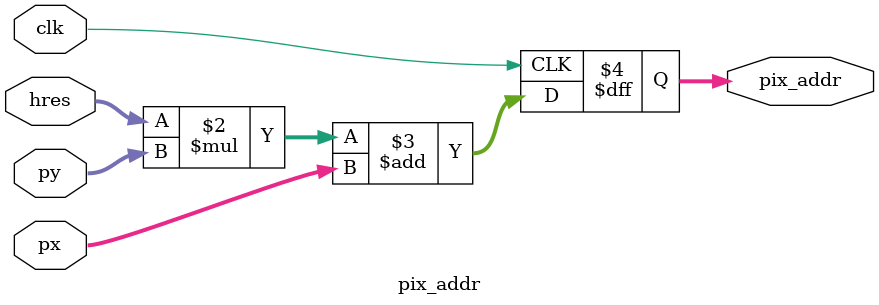
<source format=sv>

`default_nettype none
`timescale 1ns / 1ps

module pix_addr #(
    parameter CORDW=10,  // framebuffer coordinate width in bits
    parameter ADDRW=13   // width of memory address bus
    ) (
    input  wire logic clk,                  // clock
    input  wire logic [CORDW-1:0] hres,     // horizontal framebuffer resolution
    input  wire logic [CORDW-1:0] px,       // horizontal pixel position
    input  wire logic [CORDW-1:0] py,       // vertical pixel position
    output      logic [ADDRW-1:0] pix_addr  // pixel address
    );

    always_ff @(posedge clk) begin
        /* verilator lint_off WIDTH */
        pix_addr <= (hres * py) + px;
        /* verilator lint_on WIDTH */
    end
endmodule

</source>
